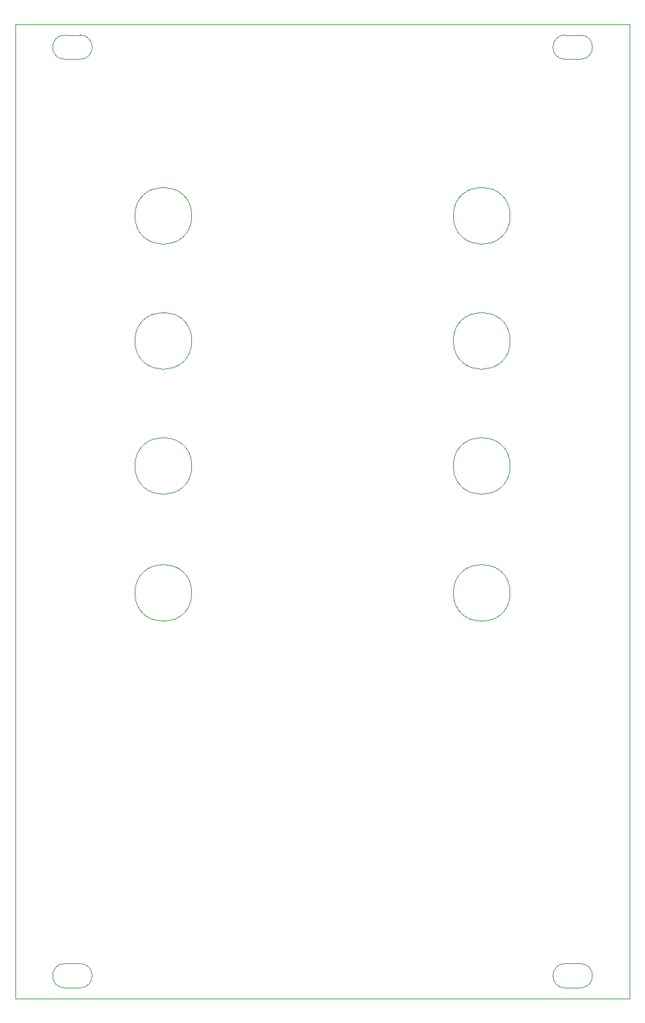
<source format=gbr>
G04 #@! TF.GenerationSoftware,KiCad,Pcbnew,(5.1.5-0)*
G04 #@! TF.CreationDate,2021-01-20T17:05:57-08:00*
G04 #@! TF.ProjectId,1050mixerseq,31303530-6d69-4786-9572-7365712e6b69,rev?*
G04 #@! TF.SameCoordinates,Original*
G04 #@! TF.FileFunction,Profile,NP*
%FSLAX46Y46*%
G04 Gerber Fmt 4.6, Leading zero omitted, Abs format (unit mm)*
G04 Created by KiCad (PCBNEW (5.1.5-0)) date 2021-01-20 17:05:57*
%MOMM*%
%LPD*%
G04 APERTURE LIST*
%ADD10C,0.050000*%
G04 APERTURE END LIST*
D10*
X65250000Y-58250000D02*
G75*
G03X65250000Y-58250000I-3750000J0D01*
G01*
X65250000Y-25250000D02*
G75*
G03X65250000Y-25250000I-3750000J0D01*
G01*
X65250000Y-75000000D02*
G75*
G03X65250000Y-75000000I-3750000J0D01*
G01*
X65250000Y-41750000D02*
G75*
G03X65250000Y-41750000I-3750000J0D01*
G01*
X23250000Y-41750000D02*
G75*
G03X23250000Y-41750000I-3750000J0D01*
G01*
X23250000Y-75000000D02*
G75*
G03X23250000Y-75000000I-3750000J0D01*
G01*
X23250000Y-25250000D02*
G75*
G03X23250000Y-25250000I-3750000J0D01*
G01*
X23250000Y-58250000D02*
G75*
G03X23250000Y-58250000I-3750000J0D01*
G01*
X8500000Y-123900000D02*
G75*
G02X8500000Y-127100000I0J-1600000D01*
G01*
X6500000Y-123900000D02*
X8500000Y-123900000D01*
X6500000Y-127100000D02*
G75*
G02X6500000Y-123900000I0J1600000D01*
G01*
X6500000Y-127100000D02*
X8500000Y-127100000D01*
X8500000Y-1400000D02*
G75*
G02X8500000Y-4600000I0J-1600000D01*
G01*
X6500000Y-1400000D02*
X8500000Y-1400000D01*
X6500000Y-4600000D02*
G75*
G02X6500000Y-1400000I0J1600000D01*
G01*
X6500000Y-4600000D02*
X8500000Y-4600000D01*
X74500000Y-123900000D02*
G75*
G02X74500000Y-127100000I0J-1600000D01*
G01*
X72500000Y-123900000D02*
X74500000Y-123900000D01*
X72500000Y-127100000D02*
G75*
G02X72500000Y-123900000I0J1600000D01*
G01*
X72500000Y-127100000D02*
X74500000Y-127100000D01*
X72500000Y-1400000D02*
X74500000Y-1400000D01*
X72500000Y-4600000D02*
X74500000Y-4600000D01*
X72500000Y-4600000D02*
G75*
G02X72500000Y-1400000I0J1600000D01*
G01*
X74500000Y-1400000D02*
G75*
G02X74500000Y-4600000I0J-1600000D01*
G01*
X0Y-128500000D02*
X0Y0D01*
X81000000Y-128500000D02*
X0Y-128500000D01*
X81000000Y0D02*
X81000000Y-128500000D01*
X0Y0D02*
X81000000Y0D01*
M02*

</source>
